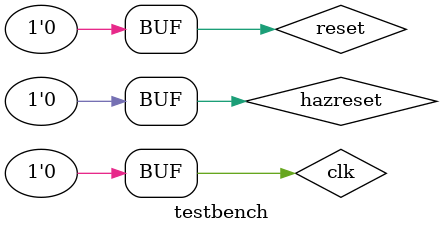
<source format=sv>
`timescale 1ns / 1ps


module testbench();

    logic clk, reset;
    logic memwriteM;
    logic [31:0] writedataM;
    logic [31:0] aluoutM;
    logic hazreset;
     
    mips uut(.clk(clk),.reset(reset),.hazreset(hazreset),
                                   .memwriteM(memwriteM),
                .writedataM(writedataM),.aluoutM(aluoutM));
    
    always
    begin
    clk<=1; #5;
    clk<=0; #5;
    end
    
    initial
    begin
    reset<=1; hazreset<=1;
    
    #12; reset<=0;
    #1; hazreset<=0;
    
    end
endmodule

</source>
